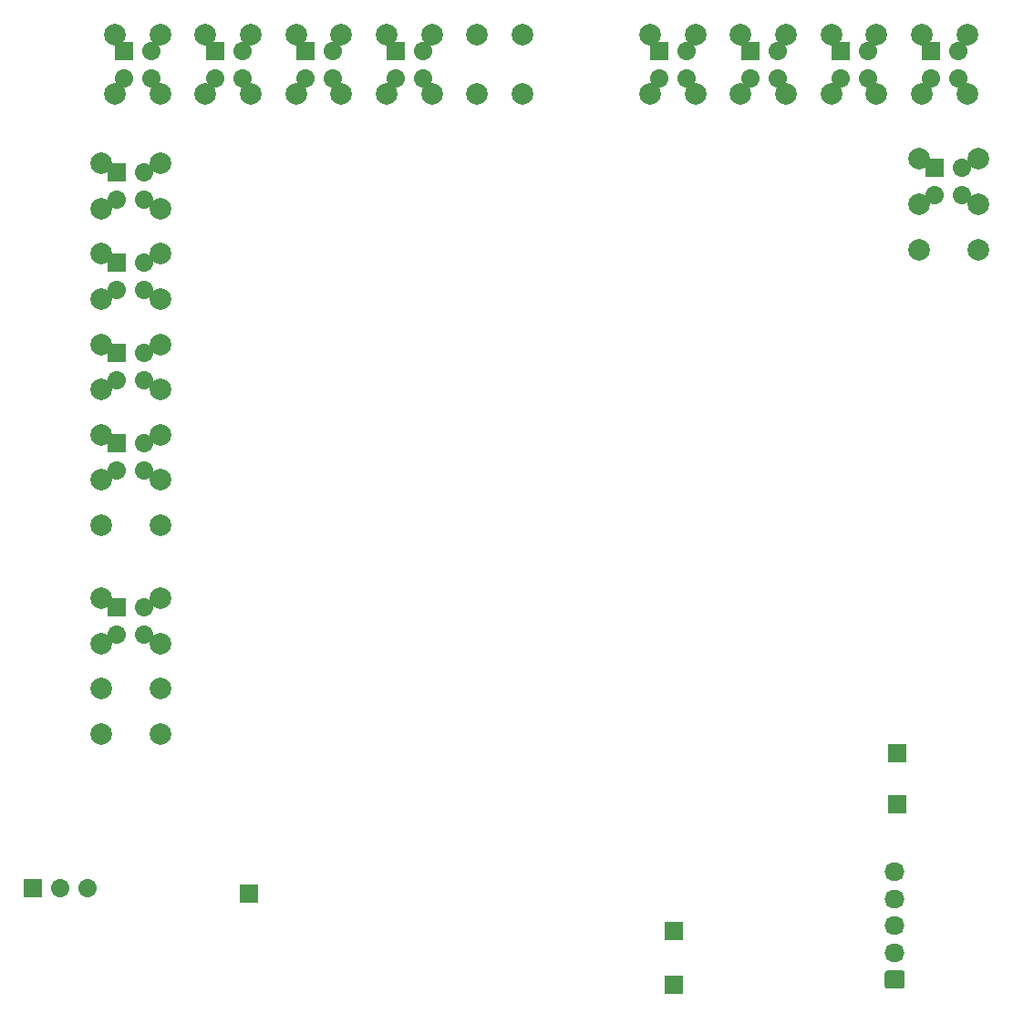
<source format=gbs>
G04 #@! TF.GenerationSoftware,KiCad,Pcbnew,7.0.9*
G04 #@! TF.CreationDate,2024-02-13T07:44:27+03:00*
G04 #@! TF.ProjectId,hellen1-uaefi,68656c6c-656e-4312-9d75-616566692e6b,rev?*
G04 #@! TF.SameCoordinates,PX55d4a80PY8f0d180*
G04 #@! TF.FileFunction,Soldermask,Bot*
G04 #@! TF.FilePolarity,Negative*
%FSLAX46Y46*%
G04 Gerber Fmt 4.6, Leading zero omitted, Abs format (unit mm)*
G04 Created by KiCad (PCBNEW 7.0.9) date 2024-02-13 07:44:27*
%MOMM*%
%LPD*%
G01*
G04 APERTURE LIST*
%ADD10C,2.000000*%
%ADD11C,1.700000*%
%ADD12O,1.850000X1.700000*%
%ADD13R,1.700000X1.700000*%
%ADD14O,1.700000X1.700000*%
G04 APERTURE END LIST*
D10*
G04 #@! TO.C,P809*
X9300126Y38400000D03*
G04 #@! TD*
G04 #@! TO.C,M801*
X9300126Y25800000D03*
X9300126Y30000000D03*
X9300126Y34200000D03*
D11*
X10800126Y35050000D03*
D10*
X9300126Y38400000D03*
D11*
X10800126Y37590000D03*
D10*
X14800126Y25800000D03*
X14800126Y30000000D03*
D11*
X13340126Y35050000D03*
D10*
X14800126Y34200000D03*
D11*
X13340126Y37590000D03*
D10*
X14800126Y38400000D03*
X9300126Y45200000D03*
X9300126Y49400000D03*
D11*
X10800126Y50250000D03*
D10*
X9300126Y53600000D03*
D11*
X10800126Y52790000D03*
D10*
X9300126Y57800000D03*
D11*
X10800126Y58650000D03*
D10*
X9300126Y62000000D03*
D11*
X10800126Y61190000D03*
D10*
X9300126Y66200000D03*
D11*
X10800126Y67050000D03*
D10*
X9300126Y70400000D03*
D11*
X10800126Y69590000D03*
D10*
X9300126Y74600000D03*
D11*
X10800126Y75450000D03*
D10*
X9300126Y78800000D03*
D11*
X10800126Y77990000D03*
D10*
X14800126Y45200000D03*
D11*
X13340126Y50250000D03*
D10*
X14800126Y49400000D03*
D11*
X13340126Y52790000D03*
D10*
X14800126Y53600000D03*
D11*
X13340126Y58650000D03*
D10*
X14800126Y57800000D03*
D11*
X13340126Y61190000D03*
D10*
X14800126Y62000000D03*
D11*
X13340126Y67050000D03*
D10*
X14800126Y66200000D03*
D11*
X13340126Y69590000D03*
D10*
X14800126Y70400000D03*
D11*
X13340126Y75450000D03*
D10*
X14800126Y74600000D03*
D11*
X13340126Y77990000D03*
D10*
X14800126Y78800000D03*
X10625126Y90725000D03*
D11*
X11475126Y89225000D03*
X14015126Y89225000D03*
D10*
X14825126Y90725000D03*
X19025126Y90725000D03*
D11*
X19875126Y89225000D03*
X22415126Y89225000D03*
D10*
X23225126Y90725000D03*
X27425126Y90725000D03*
D11*
X28275126Y89225000D03*
X30815126Y89225000D03*
D10*
X31625126Y90725000D03*
X35825126Y90725000D03*
D11*
X36675126Y89225000D03*
X39215126Y89225000D03*
D10*
X40025126Y90725000D03*
X44225126Y90725000D03*
X48425126Y90725000D03*
X10625126Y85225000D03*
D11*
X11475126Y86685000D03*
X14015126Y86685000D03*
D10*
X14825126Y85225000D03*
X19025126Y85225000D03*
D11*
X19875126Y86685000D03*
X22415126Y86685000D03*
D10*
X23225126Y85225000D03*
X27425126Y85225000D03*
D11*
X28275126Y86685000D03*
X30815126Y86685000D03*
D10*
X31625126Y85225000D03*
X35825126Y85225000D03*
D11*
X36675126Y86685000D03*
X39215126Y86685000D03*
D10*
X40025126Y85225000D03*
X44225126Y85225000D03*
X48425126Y85225000D03*
X60325126Y90725000D03*
D11*
X61175126Y89225000D03*
X63715126Y89225000D03*
D10*
X64525126Y90725000D03*
X68725126Y90725000D03*
D11*
X69575126Y89225000D03*
X72115126Y89225000D03*
D10*
X72925126Y90725000D03*
X77125126Y90725000D03*
D11*
X77975126Y89225000D03*
X80515126Y89225000D03*
D10*
X81325126Y90725000D03*
X85525126Y90725000D03*
D11*
X86375126Y89225000D03*
X88915126Y89225000D03*
D10*
X89725126Y90725000D03*
X60325126Y85225000D03*
D11*
X61175126Y86685000D03*
X63715126Y86685000D03*
D10*
X64525126Y85225000D03*
X68725126Y85225000D03*
D11*
X69575126Y86685000D03*
X72115126Y86685000D03*
D10*
X72925126Y85225000D03*
X77125126Y85225000D03*
D11*
X77975126Y86685000D03*
X80515126Y86685000D03*
D10*
X81325126Y85225000D03*
X85525126Y85225000D03*
D11*
X86375126Y86685000D03*
X88915126Y86685000D03*
D10*
X89725126Y85225000D03*
D11*
X89290126Y78390000D03*
D10*
X90750126Y79200000D03*
D11*
X89290126Y75850000D03*
D10*
X90750126Y75000000D03*
X90750126Y70800000D03*
X85250126Y79200000D03*
D11*
X86750126Y78390000D03*
D10*
X85250126Y75000000D03*
D11*
X86750126Y75850000D03*
D10*
X85250126Y70800000D03*
G36*
G01*
X83700126Y2150000D02*
X82350126Y2150000D01*
G75*
G02*
X82100126Y2400000I0J250000D01*
G01*
X82100126Y3600000D01*
G75*
G02*
X82350126Y3850000I250000J0D01*
G01*
X83700126Y3850000D01*
G75*
G02*
X83950126Y3600000I0J-250000D01*
G01*
X83950126Y2400000D01*
G75*
G02*
X83700126Y2150000I-250000J0D01*
G01*
G37*
D12*
X83025126Y5500000D03*
X83025126Y8000000D03*
X83025126Y10500000D03*
X83025126Y13000000D03*
D11*
X62525126Y2500000D03*
X62525126Y7500000D03*
X83225126Y24000000D03*
X83225126Y19300000D03*
X5565126Y11500000D03*
X8105126Y11500000D03*
X3025126Y11500000D03*
X23025126Y11000000D03*
G04 #@! TD*
D13*
G04 #@! TO.C,J805*
X69575126Y89225000D03*
D14*
X72115126Y89225000D03*
X69575126Y86685000D03*
X72115126Y86685000D03*
G04 #@! TD*
D10*
G04 #@! TO.C,P825*
X14800126Y53600000D03*
G04 #@! TD*
G04 #@! TO.C,P859*
X89725126Y90725000D03*
G04 #@! TD*
G04 #@! TO.C,P824*
X14800126Y49400000D03*
G04 #@! TD*
G04 #@! TO.C,P834*
X19025126Y90725000D03*
G04 #@! TD*
G04 #@! TO.C,P819*
X9300126Y66200000D03*
G04 #@! TD*
G04 #@! TO.C,P852*
X60325126Y90725000D03*
G04 #@! TD*
G04 #@! TO.C,P867*
X89725126Y85225000D03*
G04 #@! TD*
G04 #@! TO.C,P818*
X9300126Y62000000D03*
G04 #@! TD*
G04 #@! TO.C,P817*
X9300126Y57800000D03*
G04 #@! TD*
G04 #@! TO.C,P841*
X48425126Y90725000D03*
G04 #@! TD*
G04 #@! TO.C,P872*
X85250126Y75000000D03*
G04 #@! TD*
G04 #@! TO.C,P857*
X81325126Y90725000D03*
G04 #@! TD*
G04 #@! TO.C,P840*
X44225126Y90725000D03*
G04 #@! TD*
G04 #@! TO.C,P837*
X31625126Y90725000D03*
G04 #@! TD*
G04 #@! TO.C,P822*
X9300126Y78800000D03*
G04 #@! TD*
G04 #@! TO.C,P870*
X90750126Y70800000D03*
G04 #@! TD*
D13*
G04 #@! TO.C,P802*
X83225126Y19300000D03*
G04 #@! TD*
G04 #@! TO.C,J815*
X36675126Y89225000D03*
D14*
X39215126Y89225000D03*
X36675126Y86685000D03*
X39215126Y86685000D03*
G04 #@! TD*
D10*
G04 #@! TO.C,P865*
X81325126Y85225000D03*
G04 #@! TD*
G04 #@! TO.C,P835*
X23225126Y90725000D03*
G04 #@! TD*
D13*
G04 #@! TO.C,P801*
X83225126Y24000000D03*
G04 #@! TD*
D10*
G04 #@! TO.C,P816*
X9300126Y53600000D03*
G04 #@! TD*
G04 #@! TO.C,P838*
X35825126Y90725000D03*
G04 #@! TD*
G04 #@! TO.C,P848*
X35825126Y85225000D03*
G04 #@! TD*
G04 #@! TO.C,P866*
X85525126Y85225000D03*
G04 #@! TD*
G04 #@! TO.C,P813*
X14800126Y38400000D03*
G04 #@! TD*
D13*
G04 #@! TO.C,J806*
X10800126Y77990000D03*
D14*
X13340126Y77990000D03*
X10800126Y75450000D03*
X13340126Y75450000D03*
G04 #@! TD*
D10*
G04 #@! TO.C,P830*
X14800126Y74600000D03*
G04 #@! TD*
G04 #@! TO.C,P853*
X64525126Y90725000D03*
G04 #@! TD*
G04 #@! TO.C,P854*
X68725126Y90725000D03*
G04 #@! TD*
D13*
G04 #@! TO.C,J816*
X10800126Y52790000D03*
D14*
X13340126Y52790000D03*
X10800126Y50250000D03*
X13340126Y50250000D03*
G04 #@! TD*
G04 #@! TO.C,J801*
G36*
G01*
X83700126Y2150000D02*
X82350126Y2150000D01*
G75*
G02*
X82100126Y2400000I0J250000D01*
G01*
X82100126Y3600000D01*
G75*
G02*
X82350126Y3850000I250000J0D01*
G01*
X83700126Y3850000D01*
G75*
G02*
X83950126Y3600000I0J-250000D01*
G01*
X83950126Y2400000D01*
G75*
G02*
X83700126Y2150000I-250000J0D01*
G01*
G37*
D12*
X83025126Y5500000D03*
X83025126Y8000000D03*
X83025126Y10500000D03*
X83025126Y13000000D03*
G04 #@! TD*
D13*
G04 #@! TO.C,J809*
X10800126Y69590000D03*
D14*
X13340126Y69590000D03*
X10800126Y67050000D03*
X13340126Y67050000D03*
G04 #@! TD*
D10*
G04 #@! TO.C,P861*
X64525126Y85225000D03*
G04 #@! TD*
G04 #@! TO.C,P864*
X77125126Y85225000D03*
G04 #@! TD*
G04 #@! TO.C,P855*
X72925126Y90725000D03*
G04 #@! TD*
G04 #@! TO.C,P811*
X14800126Y30000000D03*
G04 #@! TD*
G04 #@! TO.C,P849*
X40025126Y85225000D03*
G04 #@! TD*
G04 #@! TO.C,P828*
X14800126Y66200000D03*
G04 #@! TD*
G04 #@! TO.C,P860*
X60325126Y85225000D03*
G04 #@! TD*
D13*
G04 #@! TO.C,J814*
X86375126Y89225000D03*
D14*
X88915126Y89225000D03*
X86375126Y86685000D03*
X88915126Y86685000D03*
G04 #@! TD*
D10*
G04 #@! TO.C,P807*
X9300126Y30000000D03*
G04 #@! TD*
G04 #@! TO.C,P832*
X10625126Y90725000D03*
G04 #@! TD*
D13*
G04 #@! TO.C,J812*
X86750126Y78390000D03*
D14*
X89290126Y78390000D03*
X86750126Y75850000D03*
X89290126Y75850000D03*
G04 #@! TD*
D10*
G04 #@! TO.C,P871*
X85250126Y79200000D03*
G04 #@! TD*
G04 #@! TO.C,P863*
X72925126Y85225000D03*
G04 #@! TD*
G04 #@! TO.C,P820*
X9300126Y70400000D03*
G04 #@! TD*
G04 #@! TO.C,P844*
X19025126Y85225000D03*
G04 #@! TD*
D13*
G04 #@! TO.C,J804*
X61175126Y89225000D03*
D14*
X63715126Y89225000D03*
X61175126Y86685000D03*
X63715126Y86685000D03*
G04 #@! TD*
D13*
G04 #@! TO.C,P804*
X62525126Y7500000D03*
G04 #@! TD*
G04 #@! TO.C,J803*
X10800126Y37590000D03*
D14*
X13340126Y37590000D03*
X10800126Y35050000D03*
X13340126Y35050000D03*
G04 #@! TD*
D10*
G04 #@! TO.C,P847*
X31625126Y85225000D03*
G04 #@! TD*
G04 #@! TO.C,P808*
X9300126Y34200000D03*
G04 #@! TD*
D13*
G04 #@! TO.C,J802*
X3025126Y11500000D03*
D14*
X5565126Y11500000D03*
X8105126Y11500000D03*
G04 #@! TD*
D13*
G04 #@! TO.C,J807*
X11475126Y89225000D03*
D14*
X14015126Y89225000D03*
X11475126Y86685000D03*
X14015126Y86685000D03*
G04 #@! TD*
D10*
G04 #@! TO.C,P831*
X14800126Y78800000D03*
G04 #@! TD*
G04 #@! TO.C,P814*
X9300126Y45200000D03*
G04 #@! TD*
G04 #@! TO.C,P858*
X85525126Y90725000D03*
G04 #@! TD*
G04 #@! TO.C,P869*
X90750126Y75000000D03*
G04 #@! TD*
D13*
G04 #@! TO.C,P805*
X23025126Y11000000D03*
G04 #@! TD*
D10*
G04 #@! TO.C,P846*
X27425126Y85225000D03*
G04 #@! TD*
G04 #@! TO.C,P868*
X90750126Y79200000D03*
G04 #@! TD*
G04 #@! TO.C,P812*
X14800126Y34200000D03*
G04 #@! TD*
G04 #@! TO.C,P839*
X40025126Y90725000D03*
G04 #@! TD*
G04 #@! TO.C,P850*
X44225126Y85225000D03*
G04 #@! TD*
D13*
G04 #@! TO.C,J811*
X28275126Y89225000D03*
D14*
X30815126Y89225000D03*
X28275126Y86685000D03*
X30815126Y86685000D03*
G04 #@! TD*
D13*
G04 #@! TO.C,J810*
X77975126Y89225000D03*
D14*
X80515126Y89225000D03*
X77975126Y86685000D03*
X80515126Y86685000D03*
G04 #@! TD*
D13*
G04 #@! TO.C,J808*
X19875126Y89225000D03*
D14*
X22415126Y89225000D03*
X19875126Y86685000D03*
X22415126Y86685000D03*
G04 #@! TD*
D10*
G04 #@! TO.C,P827*
X14800126Y62000000D03*
G04 #@! TD*
G04 #@! TO.C,P833*
X14825126Y90725000D03*
G04 #@! TD*
G04 #@! TO.C,P821*
X9300126Y74600000D03*
G04 #@! TD*
G04 #@! TO.C,P806*
X9300126Y25800000D03*
G04 #@! TD*
D13*
G04 #@! TO.C,J813*
X10800126Y61190000D03*
D14*
X13340126Y61190000D03*
X10800126Y58650000D03*
X13340126Y58650000D03*
G04 #@! TD*
D10*
G04 #@! TO.C,P842*
X10625126Y85225000D03*
G04 #@! TD*
G04 #@! TO.C,P851*
X48425126Y85225000D03*
G04 #@! TD*
G04 #@! TO.C,P856*
X77125126Y90725000D03*
G04 #@! TD*
D13*
G04 #@! TO.C,P803*
X62525126Y2500000D03*
G04 #@! TD*
D10*
G04 #@! TO.C,P845*
X23225126Y85225000D03*
G04 #@! TD*
G04 #@! TO.C,P836*
X27425126Y90725000D03*
G04 #@! TD*
G04 #@! TO.C,P843*
X14825126Y85225000D03*
G04 #@! TD*
G04 #@! TO.C,P826*
X14800126Y57800000D03*
G04 #@! TD*
G04 #@! TO.C,P810*
X14800126Y25800000D03*
G04 #@! TD*
G04 #@! TO.C,P873*
X85250126Y70800000D03*
G04 #@! TD*
G04 #@! TO.C,P829*
X14800126Y70400000D03*
G04 #@! TD*
G04 #@! TO.C,P815*
X9300126Y49400000D03*
G04 #@! TD*
G04 #@! TO.C,P862*
X68725126Y85225000D03*
G04 #@! TD*
G04 #@! TO.C,P823*
X14800126Y45200000D03*
G04 #@! TD*
M02*

</source>
